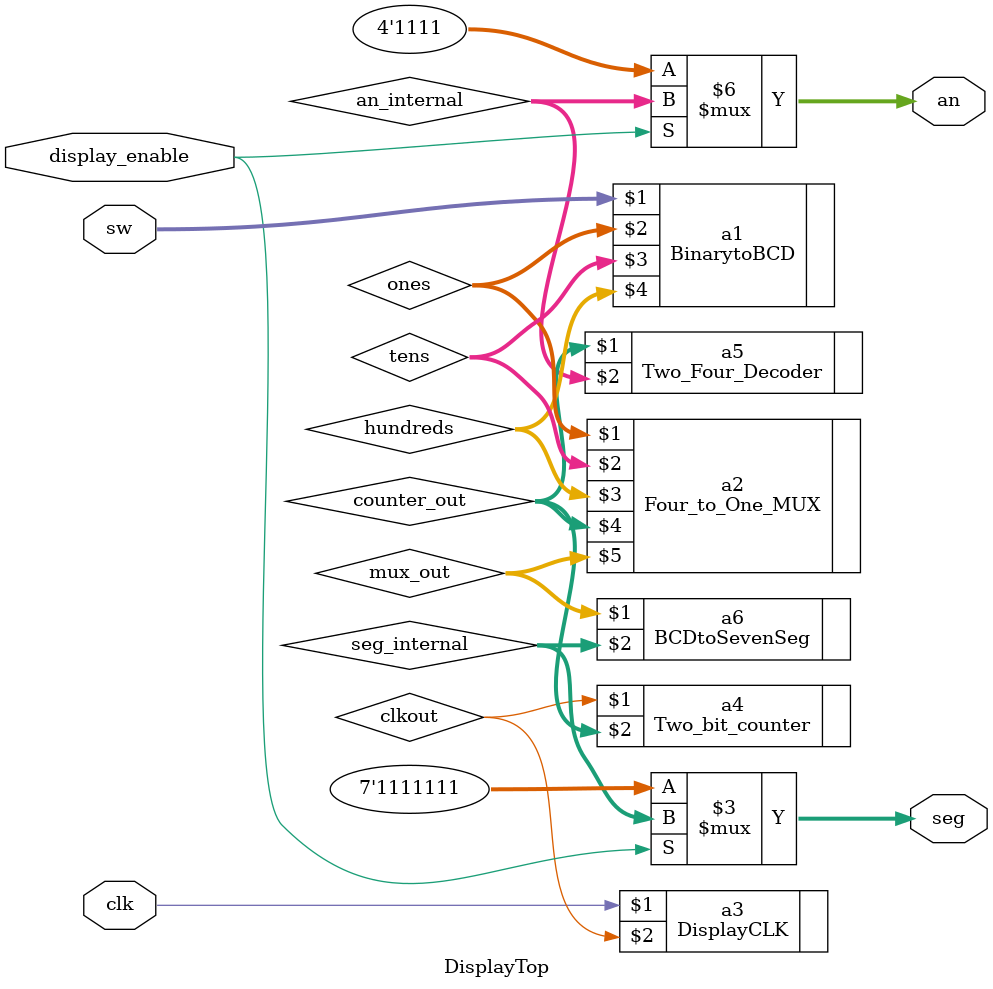
<source format=v>
`timescale 1ns / 1ps


module DisplayTop(
    input clk,
    input [7:0] sw,
    input display_enable,
    output reg [3:0] an,
    output reg [6:0] seg
    );
    
    wire clkout;
    wire [3:0] mux_out;
    wire [1:0] counter_out;
    wire [3:0] ones, tens;
    wire [1:0] hundreds;
    
    wire [3:0] an_internal;
    wire [6:0] seg_internal;
    
    // module instantiations and wiring
    BinarytoBCD a1 (sw, ones, tens, hundreds);
    Four_to_One_MUX a2 (ones, tens, hundreds, counter_out, mux_out);
    DisplayCLK a3 (clk, clkout);
    Two_bit_counter a4 (clkout, counter_out);
    Two_Four_Decoder a5 (counter_out, an_internal);
    BCDtoSevenSeg a6 (mux_out, seg_internal);
    
    // enable logic for 7 Seg display
    always @(*) begin
        if (display_enable) begin
            an  = an_internal;
            seg = seg_internal;
        end else begin
            an  = 4'b1111;       // blank all digits
            seg = 7'b1111111;    // blank all segments
        end
    end
    
    
endmodule

</source>
